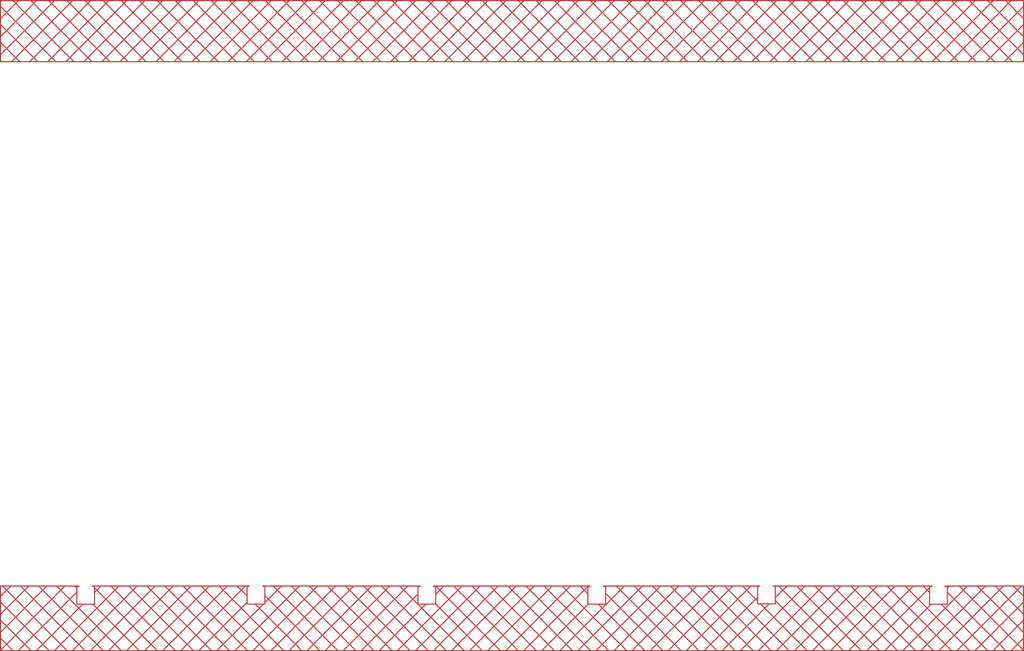
<source format=kicad_pcb>
(kicad_pcb (version 4) (host Gerbview "(5.99.0-518-ge9323fff8)")

  (layers 
    (0 F.Cu signal)
    (31 B.Cu signal)
    (32 B.Adhes user)
    (33 F.Adhes user)
    (34 B.Paste user)
    (35 F.Paste user)
    (36 B.SilkS user)
    (37 F.SilkS user)
    (38 B.Mask user)
    (39 F.Mask user)
    (40 Dwgs.User user)
    (41 Cmts.User user)
    (42 Eco1.User user)
    (43 Eco2.User user)
    (44 Edge.Cuts user)
  )

(segment (start 11.87494 -73.51821) (end 10.12931 -71.77257) (width 0.1016) (layer F.Cu) (net 0))
(segment (start 13.63507 -73.51821) (end 10.12931 -70.01244) (width 0.1016) (layer F.Cu) (net 0))
(segment (start 15.39521 -73.51821) (end 10.12931 -68.25230999999999) (width 0.1016) (layer F.Cu) (net 0))
(segment (start 17.15531 -73.51821) (end 11.20721 -67.57011) (width 0.1016) (layer F.Cu) (net 0))
(segment (start 18.91544 -73.51821) (end 12.96734 -67.57011) (width 0.1016) (layer F.Cu) (net 0))
(segment (start 20.67557 -73.51821) (end 14.72747 -67.57011) (width 0.1016) (layer F.Cu) (net 0))
(segment (start 22.43571 -73.51821) (end 16.48761 -67.57011) (width 0.1016) (layer F.Cu) (net 0))
(segment (start 24.19584 -73.51821) (end 18.24774 -67.57011) (width 0.1016) (layer F.Cu) (net 0))
(segment (start 25.95597 -73.51821) (end 20.00787 -67.57011) (width 0.1016) (layer F.Cu) (net 0))
(segment (start 27.71611 -73.51821) (end 21.76801 -67.57011) (width 0.1016) (layer F.Cu) (net 0))
(segment (start 29.47624 -73.51821) (end 23.52814 -67.57011) (width 0.1016) (layer F.Cu) (net 0))
(segment (start 31.23637 -73.51821) (end 25.28827 -67.57011) (width 0.1016) (layer F.Cu) (net 0))
(segment (start 32.99651 -73.51821) (end 27.04841 -67.57011) (width 0.1016) (layer F.Cu) (net 0))
(segment (start 34.75664 -73.51821) (end 28.80854 -67.57011) (width 0.1016) (layer F.Cu) (net 0))
(segment (start 36.51674 -73.51821) (end 30.56864 -67.57011) (width 0.1016) (layer F.Cu) (net 0))
(segment (start 38.27687 -73.51821) (end 32.32877 -67.57011) (width 0.1016) (layer F.Cu) (net 0))
(segment (start 40.03701 -73.51821) (end 34.08891 -67.57011) (width 0.1016) (layer F.Cu) (net 0))
(segment (start 41.79714 -73.51821) (end 35.84904 -67.57011) (width 0.1016) (layer F.Cu) (net 0))
(segment (start 43.55727 -73.51821) (end 37.60917 -67.57011) (width 0.1016) (layer F.Cu) (net 0))
(segment (start 45.31741 -73.51821) (end 39.36931 -67.57011) (width 0.1016) (layer F.Cu) (net 0))
(segment (start 47.07754 -73.51821) (end 41.12944 -67.57011) (width 0.1016) (layer F.Cu) (net 0))
(segment (start 48.83767 -73.51821) (end 42.88957 -67.57011) (width 0.1016) (layer F.Cu) (net 0))
(segment (start 50.59781 -73.51821) (end 44.64971 -67.57011) (width 0.1016) (layer F.Cu) (net 0))
(segment (start 52.35794 -73.51821) (end 46.40984 -67.57011) (width 0.1016) (layer F.Cu) (net 0))
(segment (start 54.11807 -73.51821) (end 48.16994 -67.57011) (width 0.1016) (layer F.Cu) (net 0))
(segment (start 55.87817 -73.51821) (end 49.93007 -67.57011) (width 0.1016) (layer F.Cu) (net 0))
(segment (start 57.63831 -73.51821) (end 51.69021 -67.57011) (width 0.1016) (layer F.Cu) (net 0))
(segment (start 59.39844 -73.51821) (end 53.45034 -67.57011) (width 0.1016) (layer F.Cu) (net 0))
(segment (start 61.15857 -73.51821) (end 55.21047 -67.57011) (width 0.1016) (layer F.Cu) (net 0))
(segment (start 62.91871 -73.51821) (end 56.97061 -67.57011) (width 0.1016) (layer F.Cu) (net 0))
(segment (start 64.67883999999999 -73.51821) (end 58.73074 -67.57011) (width 0.1016) (layer F.Cu) (net 0))
(segment (start 66.43897 -73.51821) (end 60.49087 -67.57011) (width 0.1016) (layer F.Cu) (net 0))
(segment (start 68.19911 -73.51821) (end 62.25101 -67.57011) (width 0.1016) (layer F.Cu) (net 0))
(segment (start 11.11091 -16.43001) (end 10.12931 -15.44841) (width 0.1016) (layer F.Cu) (net 0))
(segment (start 69.95923999999999 -73.51821) (end 64.01114 -67.57011) (width 0.1016) (layer F.Cu) (net 0))
(segment (start 12.87104 -16.43001) (end 10.12931 -13.68827) (width 0.1016) (layer F.Cu) (net 0))
(segment (start 71.71937 -73.51821) (end 65.77127 -67.57011) (width 0.1016) (layer F.Cu) (net 0))
(segment (start 14.63117 -16.43001) (end 10.12931 -11.92814) (width 0.1016) (layer F.Cu) (net 0))
(segment (start 73.47947000000001 -73.51821) (end 67.53137 -67.57011) (width 0.1016) (layer F.Cu) (net 0))
(segment (start 16.39131 -16.43001) (end 10.12931 -10.16804) (width 0.1016) (layer F.Cu) (net 0))
(segment (start 75.23961 -73.51821) (end 69.29151 -67.57011) (width 0.1016) (layer F.Cu) (net 0))
(segment (start 17.56001 -15.83857) (end 11.85564 -10.13421) (width 0.1016) (layer F.Cu) (net 0))
(segment (start 76.99974 -73.51821) (end 71.05164000000001 -67.57011) (width 0.1016) (layer F.Cu) (net 0))
(segment (start 19.91157 -16.43001) (end 19.30011 -15.81857) (width 0.1016) (layer F.Cu) (net 0))
(segment (start 18.14147 -14.65991) (end 13.61574 -10.13421) (width 0.1016) (layer F.Cu) (net 0))
(segment (start 78.75987000000001 -73.51821) (end 72.81177 -67.57011) (width 0.1016) (layer F.Cu) (net 0))
(segment (start 21.67171 -16.43001) (end 15.37587 -10.13421) (width 0.1016) (layer F.Cu) (net 0))
(segment (start 80.52001 -73.51821) (end 74.57191 -67.57011) (width 0.1016) (layer F.Cu) (net 0))
(segment (start 23.43181 -16.43001) (end 17.13601 -10.13421) (width 0.1016) (layer F.Cu) (net 0))
(segment (start 82.28014 -73.51821) (end 76.33204000000001 -67.57011) (width 0.1016) (layer F.Cu) (net 0))
(segment (start 25.19194 -16.43001) (end 18.89614 -10.13421) (width 0.1016) (layer F.Cu) (net 0))
(segment (start 84.04027000000001 -73.51821) (end 78.09217 -67.57011) (width 0.1016) (layer F.Cu) (net 0))
(segment (start 26.95207 -16.43001) (end 20.65627 -10.13421) (width 0.1016) (layer F.Cu) (net 0))
(segment (start 85.80041 -73.51821) (end 79.85231 -67.57011) (width 0.1016) (layer F.Cu) (net 0))
(segment (start 28.71221 -16.43001) (end 22.41641 -10.13421) (width 0.1016) (layer F.Cu) (net 0))
(segment (start 87.56054 -73.51821) (end 81.61244000000001 -67.57011) (width 0.1016) (layer F.Cu) (net 0))
(segment (start 30.47234 -16.43001) (end 24.17654 -10.13421) (width 0.1016) (layer F.Cu) (net 0))
(segment (start 89.32067000000001 -73.51821) (end 83.37257 -67.57011) (width 0.1016) (layer F.Cu) (net 0))
(segment (start 32.23247 -16.43001) (end 25.93667 -10.13421) (width 0.1016) (layer F.Cu) (net 0))
(segment (start 91.08081 -73.51821) (end 85.13271 -67.57011) (width 0.1016) (layer F.Cu) (net 0))
(segment (start 33.99261 -16.43001) (end 27.69681 -10.13421) (width 0.1016) (layer F.Cu) (net 0))
(segment (start 92.84090999999999 -73.51821) (end 86.89281 -67.57011) (width 0.1016) (layer F.Cu) (net 0))
(segment (start 35.75274 -16.43001) (end 35.72501 -16.40231) (width 0.1016) (layer F.Cu) (net 0))
(segment (start 34.16001 -14.83727) (end 29.45694 -10.13421) (width 0.1016) (layer F.Cu) (net 0))
(segment (start 94.60104 -73.51821) (end 88.65294 -67.57011) (width 0.1016) (layer F.Cu) (net 0))
(segment (start 37.51287 -16.43001) (end 35.90011 -14.81727) (width 0.1016) (layer F.Cu) (net 0))
(segment (start 35.74277 -14.65991) (end 31.21707 -10.13421) (width 0.1016) (layer F.Cu) (net 0))
(segment (start 96.36117 -73.51821) (end 90.41307 -67.57011) (width 0.1016) (layer F.Cu) (net 0))
(segment (start 39.27301 -16.43001) (end 32.97717 -10.13421) (width 0.1016) (layer F.Cu) (net 0))
(segment (start 98.12130999999999 -73.51821) (end 92.17321 -67.57011) (width 0.1016) (layer F.Cu) (net 0))
(segment (start 41.03311 -16.43001) (end 34.73731 -10.13421) (width 0.1016) (layer F.Cu) (net 0))
(segment (start 99.88144 -73.51821) (end 93.93334 -67.57011) (width 0.1016) (layer F.Cu) (net 0))
(segment (start 42.79324 -16.43001) (end 36.49744 -10.13421) (width 0.1016) (layer F.Cu) (net 0))
(segment (start 101.64157 -73.51821) (end 95.69347 -67.57011) (width 0.1016) (layer F.Cu) (net 0))
(segment (start 44.55337 -16.43001) (end 38.25757 -10.13421) (width 0.1016) (layer F.Cu) (net 0))
(segment (start 103.40171 -73.51821) (end 97.45361 -67.57011) (width 0.1016) (layer F.Cu) (net 0))
(segment (start 46.31351 -16.43001) (end 40.01771 -10.13421) (width 0.1016) (layer F.Cu) (net 0))
(segment (start 105.16184 -73.51821) (end 99.21374 -67.57011) (width 0.1016) (layer F.Cu) (net 0))
(segment (start 48.07364 -16.43001) (end 41.77784 -10.13421) (width 0.1016) (layer F.Cu) (net 0))
(segment (start 106.92197 -73.51821) (end 100.97387 -67.57011) (width 0.1016) (layer F.Cu) (net 0))
(segment (start 49.83377 -16.43001) (end 43.53797 -10.13421) (width 0.1016) (layer F.Cu) (net 0))
(segment (start 108.68211 -73.51821) (end 102.73401 -67.57011) (width 0.1016) (layer F.Cu) (net 0))
(segment (start 50.81991 -15.65604) (end 45.29811 -10.13421) (width 0.1016) (layer F.Cu) (net 0))
(segment (start 109.86694 -72.94293999999999) (end 104.49401 -67.56997) (width 0.1016) (layer F.Cu) (net 0))
(segment (start 53.35391 -16.42991) (end 52.56007 -15.63604) (width 0.1016) (layer F.Cu) (net 0))
(segment (start 51.58397 -14.65994) (end 47.05824 -10.13424) (width 0.1016) (layer F.Cu) (net 0))
(segment (start 109.86694 -71.18281) (end 106.25414 -67.56997) (width 0.1016) (layer F.Cu) (net 0))
(segment (start 55.11404 -16.42991) (end 48.81837 -10.13424) (width 0.1016) (layer F.Cu) (net 0))
(segment (start 109.86694 -69.42267) (end 108.01427 -67.56997) (width 0.1016) (layer F.Cu) (net 0))
(segment (start 56.87417 -16.42991) (end 50.57851 -10.13424) (width 0.1016) (layer F.Cu) (net 0))
(segment (start 109.86694 -67.66254000000001) (end 109.77441 -67.56997) (width 0.1016) (layer F.Cu) (net 0))
(segment (start 58.63431 -16.42991) (end 52.33864 -10.13424) (width 0.1016) (layer F.Cu) (net 0))
(segment (start 60.39444 -16.42991) (end 54.09877 -10.13424) (width 0.1016) (layer F.Cu) (net 0))
(segment (start 62.15457 -16.42991) (end 55.85891 -10.13424) (width 0.1016) (layer F.Cu) (net 0))
(segment (start 63.91471 -16.42991) (end 57.61904 -10.13424) (width 0.1016) (layer F.Cu) (net 0))
(segment (start 65.67484 -16.42991) (end 59.37917 -10.13424) (width 0.1016) (layer F.Cu) (net 0))
(segment (start 67.43497000000001 -16.42991) (end 61.13931 -10.13424) (width 0.1016) (layer F.Cu) (net 0))
(segment (start 69.19511 -16.42991) (end 69.13003999999999 -16.36484) (width 0.1016) (layer F.Cu) (net 0))
(segment (start 67.42514 -14.65994) (end 62.89944 -10.13424) (width 0.1016) (layer F.Cu) (net 0))
(segment (start 70.95520999999999 -16.42991) (end 64.65957 -10.13424) (width 0.1016) (layer F.Cu) (net 0))
(segment (start 72.71534 -16.42991) (end 66.41967 -10.13424) (width 0.1016) (layer F.Cu) (net 0))
(segment (start 74.47547 -16.42991) (end 68.17981 -10.13424) (width 0.1016) (layer F.Cu) (net 0))
(segment (start 76.23560999999999 -16.42991) (end 69.93994000000001 -10.13424) (width 0.1016) (layer F.Cu) (net 0))
(segment (start 77.99574 -16.42991) (end 71.70007 -10.13424) (width 0.1016) (layer F.Cu) (net 0))
(segment (start 79.75587 -16.42991) (end 73.46021 -10.13424) (width 0.1016) (layer F.Cu) (net 0))
(segment (start 81.51600999999999 -16.42991) (end 75.22033999999999 -10.13424) (width 0.1016) (layer F.Cu) (net 0))
(segment (start 83.27614 -16.42991) (end 76.98047 -10.13424) (width 0.1016) (layer F.Cu) (net 0))
(segment (start 83.93897 -15.33264) (end 78.74061 -10.13424) (width 0.1016) (layer F.Cu) (net 0))
(segment (start 86.79640999999999 -16.42991) (end 85.67910999999999 -15.31261) (width 0.1016) (layer F.Cu) (net 0))
(segment (start 85.05647 -14.68997) (end 80.50073999999999 -10.13424) (width 0.1016) (layer F.Cu) (net 0))
(segment (start 88.55654 -16.42991) (end 82.26087 -10.13424) (width 0.1016) (layer F.Cu) (net 0))
(segment (start 90.31664000000001 -16.42991) (end 84.02097000000001 -10.13424) (width 0.1016) (layer F.Cu) (net 0))
(segment (start 92.07677 -16.42991) (end 85.78111 -10.13424) (width 0.1016) (layer F.Cu) (net 0))
(segment (start 93.83691 -16.42991) (end 87.54124 -10.13424) (width 0.1016) (layer F.Cu) (net 0))
(segment (start 95.59704000000001 -16.42991) (end 89.30137000000001 -10.13424) (width 0.1016) (layer F.Cu) (net 0))
(segment (start 97.35717 -16.42991) (end 91.06151 -10.13424) (width 0.1016) (layer F.Cu) (net 0))
(segment (start 99.11731 -16.42991) (end 92.82164 -10.13424) (width 0.1016) (layer F.Cu) (net 0))
(segment (start 100.87744 -16.42991) (end 100.84747 -16.39994) (width 0.1016) (layer F.Cu) (net 0))
(segment (start 100.70991 -16.26237) (end 94.58177000000001 -10.13424) (width 0.1016) (layer F.Cu) (net 0))
(segment (start 102.63757 -16.42991) (end 102.45001 -16.24234) (width 0.1016) (layer F.Cu) (net 0))
(segment (start 100.86761 -14.65994) (end 96.34191 -10.13424) (width 0.1016) (layer F.Cu) (net 0))
(segment (start 104.39771 -16.42991) (end 98.10204 -10.13424) (width 0.1016) (layer F.Cu) (net 0))
(segment (start 106.15784 -16.42991) (end 99.86217000000001 -10.13424) (width 0.1016) (layer F.Cu) (net 0))
(segment (start 107.91794 -16.42991) (end 101.62231 -10.13424) (width 0.1016) (layer F.Cu) (net 0))
(segment (start 109.67807 -16.42991) (end 103.38241 -10.13424) (width 0.1016) (layer F.Cu) (net 0))
(segment (start 109.86694 -14.85864) (end 105.14254 -10.13424) (width 0.1016) (layer F.Cu) (net 0))
(segment (start 109.86694 -13.09851) (end 106.90267 -10.13424) (width 0.1016) (layer F.Cu) (net 0))
(segment (start 109.86694 -11.33837) (end 108.66281 -10.13424) (width 0.1016) (layer F.Cu) (net 0))
(segment (start 108.12134 -73.51821) (end 109.86694 -71.77257) (width 0.1016) (layer F.Cu) (net 0))
(segment (start 106.36121 -73.51821) (end 109.86694 -70.01244) (width 0.1016) (layer F.Cu) (net 0))
(segment (start 104.60107 -73.51821) (end 109.86694 -68.25230999999999) (width 0.1016) (layer F.Cu) (net 0))
(segment (start 102.84094 -73.51821) (end 108.78904 -67.57011) (width 0.1016) (layer F.Cu) (net 0))
(segment (start 101.08081 -73.51821) (end 107.02891 -67.57011) (width 0.1016) (layer F.Cu) (net 0))
(segment (start 99.32067000000001 -73.51821) (end 105.26877 -67.57011) (width 0.1016) (layer F.Cu) (net 0))
(segment (start 97.56054 -73.51821) (end 103.50864 -67.57011) (width 0.1016) (layer F.Cu) (net 0))
(segment (start 95.80041 -73.51821) (end 101.74851 -67.57011) (width 0.1016) (layer F.Cu) (net 0))
(segment (start 94.04027000000001 -73.51821) (end 99.98837 -67.57011) (width 0.1016) (layer F.Cu) (net 0))
(segment (start 92.28017 -73.51821) (end 98.22826999999999 -67.57011) (width 0.1016) (layer F.Cu) (net 0))
(segment (start 90.52003999999999 -73.51821) (end 96.46814000000001 -67.57011) (width 0.1016) (layer F.Cu) (net 0))
(segment (start 88.75991 -73.51821) (end 94.70801 -67.57011) (width 0.1016) (layer F.Cu) (net 0))
(segment (start 86.99977 -73.51821) (end 92.94786999999999 -67.57011) (width 0.1016) (layer F.Cu) (net 0))
(segment (start 85.23963999999999 -73.51821) (end 91.18774000000001 -67.57011) (width 0.1016) (layer F.Cu) (net 0))
(segment (start 83.47951 -73.51821) (end 89.42761 -67.57011) (width 0.1016) (layer F.Cu) (net 0))
(segment (start 81.71937 -73.51821) (end 87.66746999999999 -67.57011) (width 0.1016) (layer F.Cu) (net 0))
(segment (start 79.95923999999999 -73.51821) (end 85.90734 -67.57011) (width 0.1016) (layer F.Cu) (net 0))
(segment (start 78.19911 -73.51821) (end 84.14721 -67.57011) (width 0.1016) (layer F.Cu) (net 0))
(segment (start 76.43897 -73.51821) (end 82.38706999999999 -67.57011) (width 0.1016) (layer F.Cu) (net 0))
(segment (start 74.67887 -73.51821) (end 80.62697 -67.57011) (width 0.1016) (layer F.Cu) (net 0))
(segment (start 72.91874 -73.51821) (end 78.86684 -67.57011) (width 0.1016) (layer F.Cu) (net 0))
(segment (start 71.15861 -73.51821) (end 77.10671000000001 -67.57011) (width 0.1016) (layer F.Cu) (net 0))
(segment (start 69.39847 -73.51821) (end 75.34657 -67.57011) (width 0.1016) (layer F.Cu) (net 0))
(segment (start 67.63834 -73.51821) (end 73.58644 -67.57011) (width 0.1016) (layer F.Cu) (net 0))
(segment (start 65.87821 -73.51821) (end 71.82631000000001 -67.57011) (width 0.1016) (layer F.Cu) (net 0))
(segment (start 64.11807 -73.51821) (end 70.06617 -67.57011) (width 0.1016) (layer F.Cu) (net 0))
(segment (start 62.35794 -73.51821) (end 68.30604 -67.57011) (width 0.1016) (layer F.Cu) (net 0))
(segment (start 60.59781 -73.51821) (end 66.54591000000001 -67.57011) (width 0.1016) (layer F.Cu) (net 0))
(segment (start 58.83767 -73.51821) (end 64.78577 -67.57011) (width 0.1016) (layer F.Cu) (net 0))
(segment (start 57.07754 -73.51821) (end 63.02564 -67.57011) (width 0.1016) (layer F.Cu) (net 0))
(segment (start 55.31744 -73.51821) (end 61.26554 -67.57011) (width 0.1016) (layer F.Cu) (net 0))
(segment (start 53.55731 -73.51821) (end 59.50541 -67.57011) (width 0.1016) (layer F.Cu) (net 0))
(segment (start 51.79717 -73.51821) (end 57.74527 -67.57011) (width 0.1016) (layer F.Cu) (net 0))
(segment (start 108.88534 -16.43001) (end 109.86694 -15.44841) (width 0.1016) (layer F.Cu) (net 0))
(segment (start 50.03704 -73.51821) (end 55.98514 -67.57011) (width 0.1016) (layer F.Cu) (net 0))
(segment (start 107.12524 -16.43001) (end 109.86694 -13.68827) (width 0.1016) (layer F.Cu) (net 0))
(segment (start 48.27691 -73.51821) (end 54.22501 -67.57011) (width 0.1016) (layer F.Cu) (net 0))
(segment (start 105.36511 -16.43001) (end 109.86694 -11.92814) (width 0.1016) (layer F.Cu) (net 0))
(segment (start 46.51677 -73.51821) (end 52.46487 -67.57011) (width 0.1016) (layer F.Cu) (net 0))
(segment (start 103.60497 -16.43001) (end 109.86694 -10.16804) (width 0.1016) (layer F.Cu) (net 0))
(segment (start 44.75664 -73.51821) (end 50.70474 -67.57011) (width 0.1016) (layer F.Cu) (net 0))
(segment (start 102.45001 -15.82484) (end 108.14064 -10.13421) (width 0.1016) (layer F.Cu) (net 0))
(segment (start 42.99651 -73.51821) (end 48.94461 -67.57011) (width 0.1016) (layer F.Cu) (net 0))
(segment (start 100.08471 -16.43001) (end 100.70991 -15.80481) (width 0.1016) (layer F.Cu) (net 0))
(segment (start 101.85481 -14.65991) (end 106.38051 -10.13421) (width 0.1016) (layer F.Cu) (net 0))
(segment (start 41.23637 -73.51821) (end 47.18447 -67.57011) (width 0.1016) (layer F.Cu) (net 0))
(segment (start 98.32456999999999 -16.43001) (end 104.62037 -10.13421) (width 0.1016) (layer F.Cu) (net 0))
(segment (start 39.47624 -73.51821) (end 45.42434 -67.57011) (width 0.1016) (layer F.Cu) (net 0))
(segment (start 96.56444 -16.43001) (end 102.86024 -10.13421) (width 0.1016) (layer F.Cu) (net 0))
(segment (start 37.71611 -73.51821) (end 43.66424 -67.57011) (width 0.1016) (layer F.Cu) (net 0))
(segment (start 94.80431 -16.43001) (end 101.10011 -10.13421) (width 0.1016) (layer F.Cu) (net 0))
(segment (start 35.95601 -73.51821) (end 41.90411 -67.57011) (width 0.1016) (layer F.Cu) (net 0))
(segment (start 93.04416999999999 -16.43001) (end 99.33996999999999 -10.13421) (width 0.1016) (layer F.Cu) (net 0))
(segment (start 34.19587 -73.51821) (end 40.14397 -67.57011) (width 0.1016) (layer F.Cu) (net 0))
(segment (start 91.28404 -16.43001) (end 97.57987 -10.13421) (width 0.1016) (layer F.Cu) (net 0))
(segment (start 32.43574 -73.51821) (end 38.38384 -67.57011) (width 0.1016) (layer F.Cu) (net 0))
(segment (start 89.52391 -16.43001) (end 95.81974 -10.13421) (width 0.1016) (layer F.Cu) (net 0))
(segment (start 30.67561 -73.51821) (end 36.62371 -67.57011) (width 0.1016) (layer F.Cu) (net 0))
(segment (start 87.76381000000001 -16.43001) (end 94.05961000000001 -10.13421) (width 0.1016) (layer F.Cu) (net 0))
(segment (start 28.91547 -73.51821) (end 34.86357 -67.57011) (width 0.1016) (layer F.Cu) (net 0))
(segment (start 86.00367 -16.43001) (end 92.29947 -10.13421) (width 0.1016) (layer F.Cu) (net 0))
(segment (start 27.15534 -73.51821) (end 33.10344 -67.57011) (width 0.1016) (layer F.Cu) (net 0))
(segment (start 85.67910999999999 -14.99444) (end 90.53934 -10.13421) (width 0.1016) (layer F.Cu) (net 0))
(segment (start 25.39521 -73.51821) (end 31.34331 -67.57011) (width 0.1016) (layer F.Cu) (net 0))
(segment (start 82.48341000000001 -16.43001) (end 83.93897 -14.97444) (width 0.1016) (layer F.Cu) (net 0))
(segment (start 84.22347000000001 -14.68994) (end 88.77921000000001 -10.13421) (width 0.1016) (layer F.Cu) (net 0))
(segment (start 23.63507 -73.51821) (end 29.58317 -67.57011) (width 0.1016) (layer F.Cu) (net 0))
(segment (start 80.72327 -16.43001) (end 87.01907 -10.13421) (width 0.1016) (layer F.Cu) (net 0))
(segment (start 21.87494 -73.51821) (end 27.82304 -67.57011) (width 0.1016) (layer F.Cu) (net 0))
(segment (start 78.96314 -16.43001) (end 85.25894 -10.13421) (width 0.1016) (layer F.Cu) (net 0))
(segment (start 20.11481 -73.51821) (end 26.06291 -67.57011) (width 0.1016) (layer F.Cu) (net 0))
(segment (start 77.20301000000001 -16.43001) (end 83.49881000000001 -10.13421) (width 0.1016) (layer F.Cu) (net 0))
(segment (start 18.35471 -73.51821) (end 24.30281 -67.57011) (width 0.1016) (layer F.Cu) (net 0))
(segment (start 75.44287 -16.43001) (end 81.73867 -10.13421) (width 0.1016) (layer F.Cu) (net 0))
(segment (start 16.59457 -73.51821) (end 22.54267 -67.57011) (width 0.1016) (layer F.Cu) (net 0))
(segment (start 73.68274 -16.43001) (end 79.97854 -10.13421) (width 0.1016) (layer F.Cu) (net 0))
(segment (start 14.83444 -73.51821) (end 20.78254 -67.57011) (width 0.1016) (layer F.Cu) (net 0))
(segment (start 71.92261000000001 -16.43001) (end 78.21844 -10.13421) (width 0.1016) (layer F.Cu) (net 0))
(segment (start 13.07431 -73.51821) (end 19.02241 -67.57011) (width 0.1016) (layer F.Cu) (net 0))
(segment (start 70.16247 -16.43001) (end 76.45831 -10.13421) (width 0.1016) (layer F.Cu) (net 0))
(segment (start 11.31417 -73.51821) (end 17.26227 -67.57011) (width 0.1016) (layer F.Cu) (net 0))
(segment (start 69.13003999999999 -15.70234) (end 74.69817 -10.13421) (width 0.1016) (layer F.Cu) (net 0))
(segment (start 10.12931 -72.94293999999999) (end 15.50224 -67.56997) (width 0.1016) (layer F.Cu) (net 0))
(segment (start 66.64234 -16.42991) (end 67.38991 -15.68234) (width 0.1016) (layer F.Cu) (net 0))
(segment (start 68.41231000000001 -14.65994) (end 72.93801000000001 -10.13424) (width 0.1016) (layer F.Cu) (net 0))
(segment (start 10.12931 -71.18281) (end 13.74214 -67.56997) (width 0.1016) (layer F.Cu) (net 0))
(segment (start 64.88221 -16.42991) (end 71.17787 -10.13424) (width 0.1016) (layer F.Cu) (net 0))
(segment (start 10.12931 -69.42267) (end 11.98201 -67.56997) (width 0.1016) (layer F.Cu) (net 0))
(segment (start 63.12207 -16.42991) (end 69.41773999999999 -10.13424) (width 0.1016) (layer F.Cu) (net 0))
(segment (start 10.12931 -67.66254000000001) (end 10.22187 -67.56997) (width 0.1016) (layer F.Cu) (net 0))
(segment (start 61.36194 -16.42991) (end 67.65761000000001 -10.13424) (width 0.1016) (layer F.Cu) (net 0))
(segment (start 59.60181 -16.42991) (end 65.89747 -10.13424) (width 0.1016) (layer F.Cu) (net 0))
(segment (start 57.84171 -16.42991) (end 64.13737 -10.13424) (width 0.1016) (layer F.Cu) (net 0))
(segment (start 56.08157 -16.42991) (end 62.37724 -10.13424) (width 0.1016) (layer F.Cu) (net 0))
(segment (start 54.32144 -16.42991) (end 60.61711 -10.13424) (width 0.1016) (layer F.Cu) (net 0))
(segment (start 52.56131 -16.42991) (end 58.85697 -10.13424) (width 0.1016) (layer F.Cu) (net 0))
(segment (start 50.80117 -16.42991) (end 50.83111 -16.39994) (width 0.1016) (layer F.Cu) (net 0))
(segment (start 52.56004 -14.67104) (end 57.09684 -10.13424) (width 0.1016) (layer F.Cu) (net 0))
(segment (start 49.04104 -16.42991) (end 55.33671 -10.13424) (width 0.1016) (layer F.Cu) (net 0))
(segment (start 47.28091 -16.42991) (end 53.57657 -10.13424) (width 0.1016) (layer F.Cu) (net 0))
(segment (start 45.52077 -16.42991) (end 51.81644 -10.13424) (width 0.1016) (layer F.Cu) (net 0))
(segment (start 43.76064 -16.42991) (end 50.05631 -10.13424) (width 0.1016) (layer F.Cu) (net 0))
(segment (start 42.00051 -16.42991) (end 48.29617 -10.13424) (width 0.1016) (layer F.Cu) (net 0))
(segment (start 40.24041 -16.42991) (end 46.53604 -10.13424) (width 0.1016) (layer F.Cu) (net 0))
(segment (start 38.48027 -16.42991) (end 44.77594 -10.13424) (width 0.1016) (layer F.Cu) (net 0))
(segment (start 36.72014 -16.42991) (end 43.01581 -10.13424) (width 0.1016) (layer F.Cu) (net 0))
(segment (start 35.90011 -15.48977) (end 41.25567 -10.13424) (width 0.1016) (layer F.Cu) (net 0))
(segment (start 33.19987 -16.42991) (end 34.16001 -15.46977) (width 0.1016) (layer F.Cu) (net 0))
(segment (start 34.96981 -14.65994) (end 39.49554 -10.13424) (width 0.1016) (layer F.Cu) (net 0))
(segment (start 31.43974 -16.42991) (end 37.73541 -10.13424) (width 0.1016) (layer F.Cu) (net 0))
(segment (start 29.67961 -16.42991) (end 35.97527 -10.13424) (width 0.1016) (layer F.Cu) (net 0))
(segment (start 27.91947 -16.42991) (end 34.21514 -10.13424) (width 0.1016) (layer F.Cu) (net 0))
(segment (start 26.15934 -16.42991) (end 32.45501 -10.13424) (width 0.1016) (layer F.Cu) (net 0))
(segment (start 24.39921 -16.42991) (end 30.69487 -10.13424) (width 0.1016) (layer F.Cu) (net 0))
(segment (start 22.63907 -16.42991) (end 28.93474 -10.13424) (width 0.1016) (layer F.Cu) (net 0))
(segment (start 20.87897 -16.42991) (end 27.17461 -10.13424) (width 0.1016) (layer F.Cu) (net 0))
(segment (start 19.12501 -16.42374) (end 19.14861 -16.40014) (width 0.1016) (layer F.Cu) (net 0))
(segment (start 19.30011 -16.24861) (end 25.41451 -10.13424) (width 0.1016) (layer F.Cu) (net 0))
(segment (start 17.35871 -16.42991) (end 17.56001 -16.22861) (width 0.1016) (layer F.Cu) (net 0))
(segment (start 19.12864 -14.65994) (end 23.65437 -10.13424) (width 0.1016) (layer F.Cu) (net 0))
(segment (start 15.59857 -16.42991) (end 21.89424 -10.13424) (width 0.1016) (layer F.Cu) (net 0))
(segment (start 13.83844 -16.42991) (end 20.13411 -10.13424) (width 0.1016) (layer F.Cu) (net 0))
(segment (start 12.07831 -16.42991) (end 18.37397 -10.13424) (width 0.1016) (layer F.Cu) (net 0))
(segment (start 10.31817 -16.42991) (end 16.61384 -10.13424) (width 0.1016) (layer F.Cu) (net 0))
(segment (start 10.12931 -14.85864) (end 14.85371 -10.13424) (width 0.1016) (layer F.Cu) (net 0))
(segment (start 10.12931 -13.09851) (end 13.09357 -10.13424) (width 0.1016) (layer F.Cu) (net 0))
(segment (start 10.12931 -11.33837) (end 11.33344 -10.13424) (width 0.1016) (layer F.Cu) (net 0))
(segment (start 83.99694 -16.42287) (end 84.14614 -16.42361) (width 0.1016) (layer F.Cu) (net 0))
(segment (start 84.14614 -16.42361) (end 84.14614 -16.43731) (width 0.1016) (layer F.Cu) (net 0))
(segment (start 84.14614 -16.43731) (end 74.40407 -16.43714) (width 0.1016) (layer F.Cu) (net 0))
(segment (start 74.40407 -16.43714) (end 68.92304 -16.43714) (width 0.1016) (layer F.Cu) (net 0))
(segment (start 68.92304 -16.43714) (end 68.92287 -16.39271) (width 0.1016) (layer F.Cu) (net 0))
(segment (start 68.92287 -16.39271) (end 69.12287000000001 -16.39287) (width 0.1016) (layer F.Cu) (net 0))
(segment (start 69.12287000000001 -16.39287) (end 69.12287000000001 -14.66714) (width 0.1016) (layer F.Cu) (net 0))
(segment (start 69.12287000000001 -14.66714) (end 67.39713999999999 -14.66714) (width 0.1016) (layer F.Cu) (net 0))
(segment (start 67.39713999999999 -14.66714) (end 67.39713999999999 -16.39287) (width 0.1016) (layer F.Cu) (net 0))
(segment (start 67.39713999999999 -16.39287) (end 67.59714 -16.39361) (width 0.1016) (layer F.Cu) (net 0))
(segment (start 67.59714 -16.39361) (end 67.59687 -16.43714) (width 0.1016) (layer F.Cu) (net 0))
(segment (start 67.59687 -16.43714) (end 52.35271 -16.43714) (width 0.1016) (layer F.Cu) (net 0))
(segment (start 52.35271 -16.43714) (end 52.35287 -16.39304) (width 0.1016) (layer F.Cu) (net 0))
(segment (start 52.35287 -16.39304) (end 52.55287 -16.39287) (width 0.1016) (layer F.Cu) (net 0))
(segment (start 52.55287 -16.39287) (end 52.55287 -14.66714) (width 0.1016) (layer F.Cu) (net 0))
(segment (start 52.55287 -14.66714) (end 50.82714 -14.66714) (width 0.1016) (layer F.Cu) (net 0))
(segment (start 50.82714 -14.66714) (end 50.82714 -16.39287) (width 0.1016) (layer F.Cu) (net 0))
(segment (start 50.82714 -16.39287) (end 51.02714 -16.39361) (width 0.1016) (layer F.Cu) (net 0))
(segment (start 51.02714 -16.39361) (end 51.02714 -16.43707) (width 0.1016) (layer F.Cu) (net 0))
(segment (start 51.02714 -16.43707) (end 35.71771 -16.43714) (width 0.1016) (layer F.Cu) (net 0))
(segment (start 35.71771 -16.43714) (end 35.71787 -16.39304) (width 0.1016) (layer F.Cu) (net 0))
(segment (start 35.71787 -16.39304) (end 35.89287 -16.39287) (width 0.1016) (layer F.Cu) (net 0))
(segment (start 35.89287 -16.39287) (end 35.89287 -14.66714) (width 0.1016) (layer F.Cu) (net 0))
(segment (start 35.89287 -14.66714) (end 34.16714 -14.66714) (width 0.1016) (layer F.Cu) (net 0))
(segment (start 34.16714 -14.66714) (end 34.16714 -16.39287) (width 0.1016) (layer F.Cu) (net 0))
(segment (start 34.16714 -16.39287) (end 34.34214 -16.39361) (width 0.1016) (layer F.Cu) (net 0))
(segment (start 34.34214 -16.39361) (end 34.34214 -16.43707) (width 0.1016) (layer F.Cu) (net 0))
(segment (start 34.34214 -16.43707) (end 19.11771 -16.43714) (width 0.1016) (layer F.Cu) (net 0))
(segment (start 19.11771 -16.43714) (end 19.11787 -16.39304) (width 0.1016) (layer F.Cu) (net 0))
(segment (start 19.11787 -16.39304) (end 19.29287 -16.39287) (width 0.1016) (layer F.Cu) (net 0))
(segment (start 19.29287 -16.39287) (end 19.29287 -14.66714) (width 0.1016) (layer F.Cu) (net 0))
(segment (start 19.29287 -14.66714) (end 17.56714 -14.66714) (width 0.1016) (layer F.Cu) (net 0))
(segment (start 17.56714 -14.66714) (end 17.56714 -16.39287) (width 0.1016) (layer F.Cu) (net 0))
(segment (start 17.56714 -16.39287) (end 17.74214 -16.39361) (width 0.1016) (layer F.Cu) (net 0))
(segment (start 17.74214 -16.39361) (end 17.74214 -16.43707) (width 0.1016) (layer F.Cu) (net 0))
(segment (start 17.74214 -16.43707) (end 10.12214 -16.43714) (width 0.1016) (layer F.Cu) (net 0))
(segment (start 10.12214 -16.43714) (end 10.12207 -10.12724) (width 0.1016) (layer F.Cu) (net 0))
(segment (start 10.12207 -10.12724) (end 59.55047 -10.12707) (width 0.1016) (layer F.Cu) (net 0))
(segment (start 59.55047 -10.12707) (end 109.87401 -10.12707) (width 0.1016) (layer F.Cu) (net 0))
(segment (start 109.87401 -10.12707) (end 109.87421 -16.43717) (width 0.1016) (layer F.Cu) (net 0))
(segment (start 109.87421 -16.43717) (end 102.24267 -16.43714) (width 0.1016) (layer F.Cu) (net 0))
(segment (start 102.24267 -16.43714) (end 102.24287 -16.39304) (width 0.1016) (layer F.Cu) (net 0))
(segment (start 102.24287 -16.39304) (end 102.44287 -16.39287) (width 0.1016) (layer F.Cu) (net 0))
(segment (start 102.44287 -16.39287) (end 102.44287 -14.66714) (width 0.1016) (layer F.Cu) (net 0))
(segment (start 102.44287 -14.66714) (end 100.71714 -14.66714) (width 0.1016) (layer F.Cu) (net 0))
(segment (start 100.71714 -14.66714) (end 100.71714 -16.39287) (width 0.1016) (layer F.Cu) (net 0))
(segment (start 100.71714 -16.39287) (end 100.91714 -16.39361) (width 0.1016) (layer F.Cu) (net 0))
(segment (start 100.91714 -16.39361) (end 100.91714 -16.43707) (width 0.1016) (layer F.Cu) (net 0))
(segment (start 100.91714 -16.43707) (end 85.47194 -16.43714) (width 0.1016) (layer F.Cu) (net 0))
(segment (start 85.47194 -16.43714) (end 85.52094 -16.42287) (width 0.1016) (layer F.Cu) (net 0))
(segment (start 85.52094 -16.42287) (end 85.67187 -16.42287) (width 0.1016) (layer F.Cu) (net 0))
(segment (start 85.67187 -16.42287) (end 85.67187 -14.69714) (width 0.1016) (layer F.Cu) (net 0))
(segment (start 85.67187 -14.69714) (end 83.94614 -14.69714) (width 0.1016) (layer F.Cu) (net 0))
(segment (start 83.94614 -14.69714) (end 83.94614 -16.42287) (width 0.1016) (layer F.Cu) (net 0))
(segment (start 83.94614 -16.42287) (end 83.99694 -16.42287) (width 0.1016) (layer F.Cu) (net 0))
(segment (start 92.93994000000001 -67.56287) (end 109.87441 -67.56287) (width 0.1016) (layer F.Cu) (net 0))
(segment (start 109.87441 -67.56287) (end 109.87421 -73.52527000000001) (width 0.1016) (layer F.Cu) (net 0))
(segment (start 109.87421 -73.52527000000001) (end 61.10621 -73.52544) (width 0.1016) (layer F.Cu) (net 0))
(segment (start 61.10621 -73.52544) (end 10.12224 -73.52544) (width 0.1016) (layer F.Cu) (net 0))
(segment (start 10.12224 -73.52544) (end 10.12207 -67.56301000000001) (width 0.1016) (layer F.Cu) (net 0))
(segment (start 10.12207 -67.56301000000001) (end 43.72087 -67.56267) (width 0.1016) (layer F.Cu) (net 0))
(segment (start 43.72087 -67.56267) (end 71.09394 -67.56287) (width 0.1016) (layer F.Cu) (net 0))
(segment (start 71.09394 -67.56287) (end 92.93994000000001 -67.56287) (width 0.1016) (layer F.Cu) (net 0))
)

</source>
